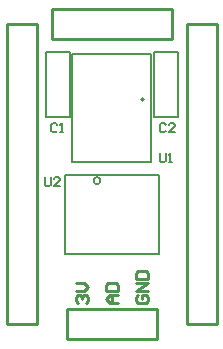
<source format=gto>
G04 Layer_Color=65535*
%FSTAX24Y24*%
%MOIN*%
G70*
G01*
G75*
%ADD16C,0.0080*%
%ADD25C,0.0079*%
%ADD26C,0.0100*%
D16*
X046073Y027985D02*
G03*
X046073Y027985I-000049J0D01*
G01*
X04279Y02742D02*
X04361D01*
Y02958D01*
X04279D02*
X04361D01*
X04279Y02742D02*
Y02958D01*
X04639D02*
X04721D01*
X04639Y02742D02*
Y02958D01*
Y02742D02*
X04721D01*
Y02958D01*
X043681Y02591D02*
Y02949D01*
X046319Y02591D02*
Y02949D01*
X043681Y02591D02*
X046319D01*
X043681Y02949D02*
X046319D01*
X04318Y02715D02*
X04313Y0272D01*
X04303D01*
X04298Y02715D01*
Y02695D01*
X04303Y0269D01*
X04313D01*
X04318Y02695D01*
X04328Y0269D02*
X04338D01*
X04333D01*
Y0272D01*
X04328Y02715D01*
X0468D02*
X04675Y0272D01*
X04665D01*
X0466Y02715D01*
Y02695D01*
X04665Y0269D01*
X04675D01*
X0468Y02695D01*
X0471Y0269D02*
X0469D01*
X0471Y0271D01*
Y02715D01*
X04705Y0272D01*
X04695D01*
X0469Y02715D01*
X0466Y0262D02*
Y02595D01*
X04665Y0259D01*
X04675D01*
X0468Y02595D01*
Y0262D01*
X0469Y0259D02*
X047D01*
X04695D01*
Y0262D01*
X0469Y02615D01*
X04277Y0254D02*
Y02515D01*
X04282Y0251D01*
X04292D01*
X04297Y02515D01*
Y0254D01*
X04327Y0251D02*
X04307D01*
X04327Y0253D01*
Y02535D01*
X04322Y0254D01*
X04312D01*
X04307Y02535D01*
D25*
X044626Y025278D02*
G03*
X044626Y025278I-000118J0D01*
G01*
X043425Y02283D02*
X046575D01*
X043425Y025456D02*
X046575D01*
Y02283D02*
Y025456D01*
X043425Y02283D02*
Y025456D01*
D26*
X043Y03D02*
X047004D01*
X043D02*
Y031D01*
X047004D01*
Y03D02*
Y031D01*
X0415Y02051D02*
Y0305D01*
X0425D01*
Y02052D02*
Y0305D01*
X0415Y020508D02*
X0425D01*
X04249Y02051D02*
X0425Y02052D01*
X0475Y02051D02*
Y0305D01*
X0485D01*
Y02052D02*
Y0305D01*
X0475Y020508D02*
X0485D01*
X04849Y02051D02*
X0485Y02052D01*
X0465Y02D02*
Y021D01*
X0435D02*
X0465D01*
X0435Y02D02*
Y021D01*
Y02D02*
X0465D01*
X0452Y0212D02*
X044933D01*
X0448Y021333D01*
X044933Y021467D01*
X0452D01*
X045D01*
Y0212D01*
X0448Y0216D02*
X0452D01*
Y0218D01*
X045133Y021866D01*
X044867D01*
X0448Y0218D01*
Y0216D01*
X043867Y0212D02*
X0438Y021267D01*
Y0214D01*
X043867Y021467D01*
X043933D01*
X044Y0214D01*
Y021333D01*
Y0214D01*
X044067Y021467D01*
X044133D01*
X0442Y0214D01*
Y021267D01*
X044133Y0212D01*
X0438Y0216D02*
X044067D01*
X0442Y021733D01*
X044067Y021866D01*
X0438D01*
X045867Y021467D02*
X0458Y0214D01*
Y021267D01*
X045867Y0212D01*
X046133D01*
X0462Y021267D01*
Y0214D01*
X046133Y021467D01*
X046D01*
Y021333D01*
X0462Y0216D02*
X0458D01*
X0462Y021866D01*
X0458D01*
Y022D02*
X0462D01*
Y0222D01*
X046133Y022266D01*
X045867D01*
X0458Y0222D01*
Y022D01*
M02*

</source>
